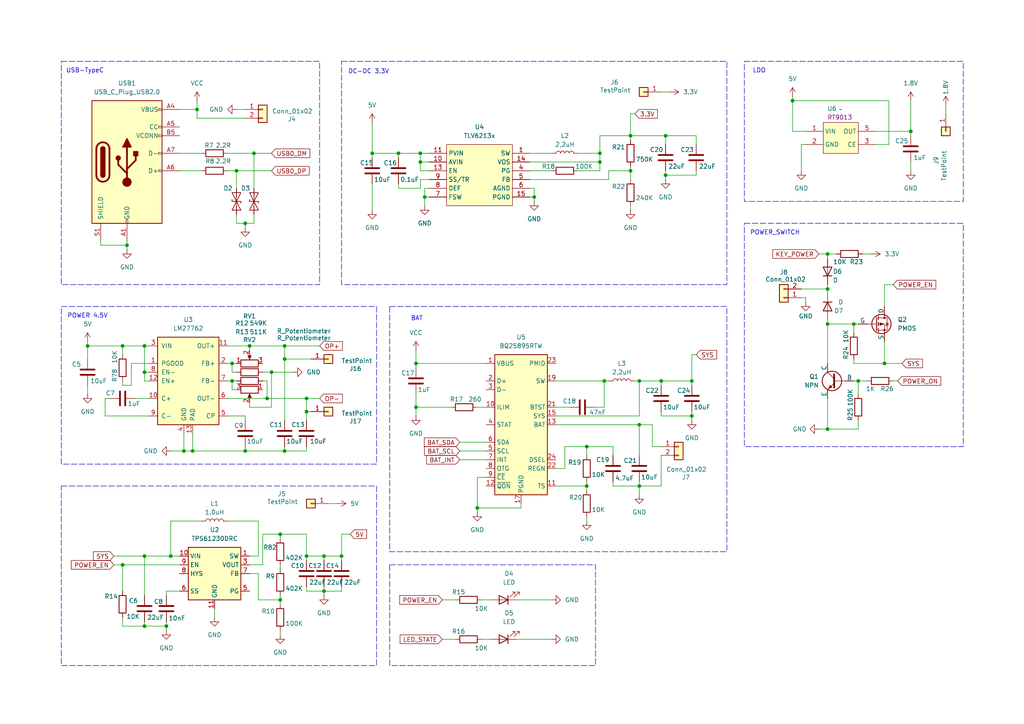
<source format=kicad_sch>
(kicad_sch (version 20250114) (generator "eeschema") (generator_version "9.0")
  (paper "A4")
  (rectangle (start 215.9 17.78) (end 279.4 58.42) (stroke (width 0) (type dash)))
  (rectangle (start 113.03 163.83) (end 172.72 193.04) (stroke (width 0) (type dash)))
  (rectangle (start 215.9 64.77) (end 279.4 129.54) (stroke (width 0) (type dash)))
  (rectangle (start 17.78 88.9) (end 109.22 134.62) (stroke (width 0) (type dash)))
  (rectangle (start 113.03 88.9) (end 210.82 160.02) (stroke (width 0) (type dash)))
  (rectangle (start 17.78 140.97) (end 109.22 193.04) (stroke (width 0) (type dash)))
  (rectangle (start 99.06 17.78) (end 210.82 82.55) (stroke (width 0) (type dash)))
  (rectangle (start 17.78 17.78) (end 92.71 82.55) (stroke (width 0) (type dash)))
  (text "BAT" (at 120.904 92.456 0) (effects (font (size 1.27 1.27))))
  (text "POWER_SWITCH" (at 224.79 67.564 0) (effects (font (size 1.27 1.27))))
  (text "LDO" (at 220.218 20.574 0) (effects (font (size 1.27 1.27))))
  (text "DC-DC 3.3V" (at 106.934 20.828 0) (effects (font (size 1.27 1.27))))
  (text "POWER 4.5V" (at 25.4 91.694 0) (effects (font (size 1.27 1.27))))
  (text "USB-TypeC" (at 24.638 20.574 0) (effects (font (size 1.27 1.27))))
  (junction (at 154.94 57.15))
  (junction (at 185.42 123.19))
  (junction (at 247.65 93.98))
  (junction (at 170.18 140.97))
  (junction (at 264.16 38.1))
  (junction (at 248.92 110.49))
  (junction (at 88.9 161.29))
  (junction (at 78.74 107.95))
  (junction (at 71.12 64.77))
  (junction (at 182.88 49.53))
  (junction (at 88.9 115.57))
  (junction (at 173.99 44.45))
  (junction (at 55.88 130.81))
  (junction (at 240.03 73.66))
  (junction (at 115.57 44.45))
  (junction (at 67.31 105.41))
  (junction (at 81.28 173.99))
  (junction (at 173.99 46.99))
  (junction (at 93.98 161.29))
  (junction (at 193.04 50.8))
  (junction (at 229.87 29.21))
  (junction (at 107.95 44.45))
  (junction (at 68.58 49.53))
  (junction (at 240.03 83.82))
  (junction (at 175.26 110.49))
  (junction (at 41.91 181.61))
  (junction (at 120.65 118.11))
  (junction (at 36.83 71.12))
  (junction (at 93.98 171.45))
  (junction (at 48.26 181.61))
  (junction (at 82.55 130.81))
  (junction (at 121.92 44.45))
  (junction (at 77.47 115.57))
  (junction (at 25.4 100.33))
  (junction (at 99.06 161.29))
  (junction (at 35.56 100.33))
  (junction (at 82.55 104.14))
  (junction (at 53.34 130.81))
  (junction (at 41.91 100.33))
  (junction (at 185.42 140.97))
  (junction (at 123.19 57.15))
  (junction (at 240.03 124.46))
  (junction (at 49.53 161.29))
  (junction (at 240.03 93.98))
  (junction (at 73.66 44.45))
  (junction (at 41.91 107.95))
  (junction (at 67.31 110.49))
  (junction (at 193.04 39.37))
  (junction (at 200.66 120.65))
  (junction (at 35.56 163.83))
  (junction (at 256.54 105.41))
  (junction (at 200.66 110.49))
  (junction (at 81.28 154.94))
  (junction (at 120.65 105.41))
  (junction (at 41.91 161.29))
  (junction (at 82.55 100.33))
  (junction (at 57.15 31.75))
  (junction (at 72.39 100.33))
  (junction (at 182.88 39.37))
  (junction (at 88.9 119.38))
  (junction (at 170.18 129.54))
  (junction (at 138.43 147.32))
  (junction (at 191.77 110.49))
  (junction (at 185.42 110.49))
  (junction (at 121.92 46.99))
  (junction (at 71.12 130.81))
  (wire (pts (xy 43.18 100.33) (xy 41.91 100.33)))
  (wire (pts (xy 185.42 123.19) (xy 161.29 123.19)))
  (wire (pts (xy 177.8 139.7) (xy 177.8 140.97)))
  (wire (pts (xy 256.54 99.06) (xy 256.54 105.41)))
  (wire (pts (xy 232.41 83.82) (xy 240.03 83.82)))
  (wire (pts (xy 115.57 44.45) (xy 121.92 44.45)))
  (wire (pts (xy 58.42 151.13) (xy 49.53 151.13)))
  (wire (pts (xy 201.93 49.53) (xy 201.93 50.8)))
  (wire (pts (xy 66.04 110.49) (xy 67.31 110.49)))
  (wire (pts (xy 93.98 161.29) (xy 88.9 161.29)))
  (wire (pts (xy 233.68 41.91) (xy 232.41 41.91)))
  (wire (pts (xy 170.18 129.54) (xy 177.8 129.54)))
  (wire (pts (xy 191.77 140.97) (xy 191.77 132.08)))
  (wire (pts (xy 115.57 44.45) (xy 115.57 45.72)))
  (wire (pts (xy 67.31 107.95) (xy 68.58 107.95)))
  (wire (pts (xy 88.9 119.38) (xy 88.9 121.92)))
  (wire (pts (xy 177.8 129.54) (xy 177.8 132.08)))
  (wire (pts (xy 41.91 100.33) (xy 35.56 100.33)))
  (wire (pts (xy 170.18 129.54) (xy 170.18 132.08)))
  (wire (pts (xy 200.66 119.38) (xy 200.66 120.65)))
  (wire (pts (xy 67.31 113.03) (xy 68.58 113.03)))
  (wire (pts (xy 35.56 100.33) (xy 25.4 100.33)))
  (wire (pts (xy 81.28 154.94) (xy 81.28 156.21)))
  (wire (pts (xy 82.55 130.81) (xy 71.12 130.81)))
  (wire (pts (xy 124.46 49.53) (xy 121.92 49.53)))
  (wire (pts (xy 185.42 120.65) (xy 185.42 110.49)))
  (wire (pts (xy 52.07 171.45) (xy 48.26 171.45)))
  (wire (pts (xy 161.29 110.49) (xy 175.26 110.49)))
  (wire (pts (xy 153.67 49.53) (xy 160.02 49.53)))
  (wire (pts (xy 247.65 105.41) (xy 256.54 105.41)))
  (wire (pts (xy 151.13 146.05) (xy 151.13 147.32)))
  (wire (pts (xy 29.21 71.12) (xy 36.83 71.12)))
  (wire (pts (xy 121.92 44.45) (xy 124.46 44.45)))
  (wire (pts (xy 81.28 182.88) (xy 81.28 184.15)))
  (wire (pts (xy 237.49 124.46) (xy 240.03 124.46)))
  (wire (pts (xy 191.77 26.67) (xy 194.31 26.67)))
  (wire (pts (xy 257.81 41.91) (xy 257.81 29.21)))
  (wire (pts (xy 189.23 123.19) (xy 189.23 129.54)))
  (wire (pts (xy 177.8 140.97) (xy 185.42 140.97)))
  (wire (pts (xy 38.1 111.76) (xy 35.56 111.76)))
  (wire (pts (xy 240.03 83.82) (xy 240.03 82.55)))
  (wire (pts (xy 41.91 161.29) (xy 49.53 161.29)))
  (wire (pts (xy 78.74 118.11) (xy 72.39 118.11)))
  (wire (pts (xy 182.88 33.02) (xy 182.88 39.37)))
  (wire (pts (xy 90.17 119.38) (xy 88.9 119.38)))
  (wire (pts (xy 36.83 71.12) (xy 36.83 72.39)))
  (wire (pts (xy 138.43 147.32) (xy 151.13 147.32)))
  (wire (pts (xy 193.04 50.8) (xy 193.04 49.53)))
  (wire (pts (xy 35.56 163.83) (xy 52.07 163.83)))
  (wire (pts (xy 120.65 118.11) (xy 120.65 120.65)))
  (wire (pts (xy 233.68 87.63) (xy 233.68 86.36)))
  (wire (pts (xy 123.19 57.15) (xy 123.19 59.69)))
  (wire (pts (xy 33.02 163.83) (xy 35.56 163.83)))
  (wire (pts (xy 68.58 64.77) (xy 68.58 62.23)))
  (wire (pts (xy 240.03 115.57) (xy 240.03 124.46)))
  (wire (pts (xy 182.88 33.02) (xy 184.15 33.02)))
  (wire (pts (xy 185.42 110.49) (xy 184.15 110.49)))
  (wire (pts (xy 133.35 128.27) (xy 140.97 128.27)))
  (wire (pts (xy 256.54 82.55) (xy 256.54 88.9)))
  (wire (pts (xy 68.58 49.53) (xy 68.58 54.61)))
  (wire (pts (xy 88.9 130.81) (xy 82.55 130.81)))
  (wire (pts (xy 43.18 110.49) (xy 41.91 110.49)))
  (wire (pts (xy 68.58 49.53) (xy 78.74 49.53)))
  (wire (pts (xy 73.66 44.45) (xy 73.66 54.61)))
  (wire (pts (xy 99.06 161.29) (xy 93.98 161.29)))
  (wire (pts (xy 71.12 130.81) (xy 71.12 129.54)))
  (wire (pts (xy 248.92 124.46) (xy 248.92 121.92)))
  (wire (pts (xy 49.53 151.13) (xy 49.53 161.29)))
  (wire (pts (xy 71.12 34.29) (xy 57.15 34.29)))
  (wire (pts (xy 193.04 39.37) (xy 201.93 39.37)))
  (wire (pts (xy 81.28 172.72) (xy 81.28 173.99)))
  (wire (pts (xy 229.87 29.21) (xy 257.81 29.21)))
  (wire (pts (xy 124.46 52.07) (xy 121.92 52.07)))
  (wire (pts (xy 139.7 173.99) (xy 142.24 173.99)))
  (wire (pts (xy 93.98 171.45) (xy 99.06 171.45)))
  (wire (pts (xy 107.95 44.45) (xy 107.95 45.72)))
  (wire (pts (xy 121.92 52.07) (xy 121.92 54.61)))
  (wire (pts (xy 120.65 105.41) (xy 140.97 105.41)))
  (wire (pts (xy 52.07 49.53) (xy 58.42 49.53)))
  (wire (pts (xy 247.65 93.98) (xy 247.65 96.52)))
  (wire (pts (xy 200.66 110.49) (xy 191.77 110.49)))
  (wire (pts (xy 76.2 163.83) (xy 76.2 154.94)))
  (wire (pts (xy 66.04 115.57) (xy 77.47 115.57)))
  (wire (pts (xy 67.31 110.49) (xy 68.58 110.49)))
  (wire (pts (xy 264.16 29.21) (xy 264.16 38.1)))
  (wire (pts (xy 201.93 102.87) (xy 200.66 102.87)))
  (wire (pts (xy 123.19 57.15) (xy 124.46 57.15)))
  (wire (pts (xy 74.93 151.13) (xy 66.04 151.13)))
  (wire (pts (xy 30.48 115.57) (xy 31.75 115.57)))
  (wire (pts (xy 57.15 31.75) (xy 57.15 29.21)))
  (wire (pts (xy 101.6 154.94) (xy 99.06 154.94)))
  (wire (pts (xy 240.03 73.66) (xy 240.03 74.93)))
  (wire (pts (xy 240.03 124.46) (xy 248.92 124.46)))
  (wire (pts (xy 240.03 93.98) (xy 247.65 93.98)))
  (wire (pts (xy 138.43 147.32) (xy 138.43 148.59)))
  (wire (pts (xy 88.9 161.29) (xy 88.9 154.94)))
  (wire (pts (xy 247.65 104.14) (xy 247.65 105.41)))
  (wire (pts (xy 247.65 110.49) (xy 248.92 110.49)))
  (wire (pts (xy 41.91 107.95) (xy 43.18 107.95)))
  (wire (pts (xy 140.97 138.43) (xy 138.43 138.43)))
  (wire (pts (xy 35.56 110.49) (xy 35.56 111.76)))
  (wire (pts (xy 71.12 64.77) (xy 71.12 66.04)))
  (wire (pts (xy 43.18 105.41) (xy 38.1 105.41)))
  (wire (pts (xy 233.68 86.36) (xy 232.41 86.36)))
  (wire (pts (xy 232.41 41.91) (xy 232.41 49.53)))
  (wire (pts (xy 173.99 46.99) (xy 173.99 44.45)))
  (wire (pts (xy 25.4 111.76) (xy 25.4 114.3)))
  (wire (pts (xy 259.08 110.49) (xy 260.35 110.49)))
  (wire (pts (xy 189.23 129.54) (xy 191.77 129.54)))
  (wire (pts (xy 229.87 27.94) (xy 229.87 29.21)))
  (wire (pts (xy 182.88 39.37) (xy 173.99 39.37)))
  (wire (pts (xy 72.39 118.11) (xy 72.39 116.84)))
  (wire (pts (xy 66.04 44.45) (xy 73.66 44.45)))
  (wire (pts (xy 82.55 129.54) (xy 82.55 130.81)))
  (wire (pts (xy 66.04 49.53) (xy 68.58 49.53)))
  (wire (pts (xy 170.18 140.97) (xy 170.18 142.24)))
  (wire (pts (xy 99.06 162.56) (xy 99.06 161.29)))
  (wire (pts (xy 264.16 46.99) (xy 264.16 49.53)))
  (wire (pts (xy 120.65 101.6) (xy 120.65 105.41)))
  (wire (pts (xy 82.55 104.14) (xy 82.55 121.92)))
  (wire (pts (xy 78.74 107.95) (xy 85.09 107.95)))
  (wire (pts (xy 240.03 92.71) (xy 240.03 93.98)))
  (wire (pts (xy 55.88 130.81) (xy 71.12 130.81)))
  (wire (pts (xy 185.42 140.97) (xy 185.42 143.51)))
  (wire (pts (xy 88.9 115.57) (xy 88.9 119.38)))
  (wire (pts (xy 149.86 185.42) (xy 160.02 185.42)))
  (wire (pts (xy 200.66 111.76) (xy 200.66 110.49)))
  (wire (pts (xy 172.72 118.11) (xy 175.26 118.11)))
  (wire (pts (xy 154.94 57.15) (xy 154.94 58.42)))
  (wire (pts (xy 170.18 139.7) (xy 170.18 140.97)))
  (wire (pts (xy 82.55 100.33) (xy 92.71 100.33)))
  (wire (pts (xy 121.92 46.99) (xy 121.92 44.45)))
  (wire (pts (xy 73.66 64.77) (xy 71.12 64.77)))
  (wire (pts (xy 191.77 111.76) (xy 191.77 110.49)))
  (wire (pts (xy 182.88 48.26) (xy 182.88 49.53)))
  (wire (pts (xy 48.26 180.34) (xy 48.26 181.61)))
  (wire (pts (xy 53.34 125.73) (xy 53.34 130.81)))
  (wire (pts (xy 154.94 54.61) (xy 154.94 57.15)))
  (wire (pts (xy 35.56 179.07) (xy 35.56 181.61)))
  (wire (pts (xy 48.26 181.61) (xy 48.26 182.88)))
  (wire (pts (xy 67.31 105.41) (xy 68.58 105.41)))
  (wire (pts (xy 124.46 46.99) (xy 121.92 46.99)))
  (wire (pts (xy 78.74 107.95) (xy 78.74 118.11)))
  (wire (pts (xy 41.91 181.61) (xy 41.91 180.34)))
  (wire (pts (xy 107.95 35.56) (xy 107.95 44.45)))
  (wire (pts (xy 128.27 173.99) (xy 132.08 173.99)))
  (wire (pts (xy 74.93 161.29) (xy 74.93 151.13)))
  (wire (pts (xy 133.35 133.35) (xy 140.97 133.35)))
  (wire (pts (xy 52.07 44.45) (xy 58.42 44.45)))
  (wire (pts (xy 39.37 115.57) (xy 43.18 115.57)))
  (wire (pts (xy 67.31 105.41) (xy 67.31 107.95)))
  (wire (pts (xy 57.15 34.29) (xy 57.15 31.75)))
  (wire (pts (xy 120.65 114.3) (xy 120.65 118.11)))
  (wire (pts (xy 62.23 176.53) (xy 62.23 179.07)))
  (wire (pts (xy 138.43 118.11) (xy 140.97 118.11)))
  (wire (pts (xy 35.56 100.33) (xy 35.56 102.87)))
  (wire (pts (xy 237.49 73.66) (xy 240.03 73.66)))
  (wire (pts (xy 191.77 119.38) (xy 191.77 120.65)))
  (wire (pts (xy 25.4 100.33) (xy 25.4 104.14)))
  (wire (pts (xy 182.88 59.69) (xy 182.88 60.96)))
  (wire (pts (xy 128.27 185.42) (xy 132.08 185.42)))
  (wire (pts (xy 88.9 154.94) (xy 81.28 154.94)))
  (wire (pts (xy 240.03 93.98) (xy 240.03 105.41)))
  (wire (pts (xy 48.26 171.45) (xy 48.26 172.72)))
  (wire (pts (xy 72.39 161.29) (xy 74.93 161.29)))
  (wire (pts (xy 121.92 54.61) (xy 115.57 54.61)))
  (wire (pts (xy 36.83 69.85) (xy 36.83 71.12)))
  (wire (pts (xy 95.25 146.05) (xy 97.79 146.05)))
  (wire (pts (xy 67.31 110.49) (xy 67.31 113.03)))
  (wire (pts (xy 33.02 161.29) (xy 41.91 161.29)))
  (wire (pts (xy 175.26 110.49) (xy 176.53 110.49)))
  (wire (pts (xy 35.56 181.61) (xy 41.91 181.61)))
  (wire (pts (xy 41.91 110.49) (xy 41.91 107.95)))
  (wire (pts (xy 71.12 31.75) (xy 68.58 31.75)))
  (wire (pts (xy 248.92 114.3) (xy 248.92 110.49)))
  (wire (pts (xy 55.88 130.81) (xy 53.34 130.81)))
  (wire (pts (xy 133.35 130.81) (xy 140.97 130.81)))
  (wire (pts (xy 163.83 135.89) (xy 163.83 129.54)))
  (wire (pts (xy 99.06 154.94) (xy 99.06 161.29)))
  (wire (pts (xy 123.19 54.61) (xy 123.19 57.15)))
  (wire (pts (xy 185.42 123.19) (xy 185.42 132.08)))
  (wire (pts (xy 77.47 115.57) (xy 88.9 115.57)))
  (wire (pts (xy 49.53 161.29) (xy 52.07 161.29)))
  (wire (pts (xy 72.39 163.83) (xy 76.2 163.83)))
  (wire (pts (xy 254 38.1) (xy 264.16 38.1)))
  (wire (pts (xy 149.86 173.99) (xy 160.02 173.99)))
  (wire (pts (xy 82.55 100.33) (xy 82.55 104.14)))
  (wire (pts (xy 88.9 171.45) (xy 93.98 171.45)))
  (wire (pts (xy 43.18 120.65) (xy 30.48 120.65)))
  (wire (pts (xy 182.88 39.37) (xy 193.04 39.37)))
  (wire (pts (xy 247.65 93.98) (xy 248.92 93.98)))
  (wire (pts (xy 170.18 149.86) (xy 170.18 151.13)))
  (wire (pts (xy 48.26 181.61) (xy 41.91 181.61)))
  (wire (pts (xy 189.23 123.19) (xy 185.42 123.19)))
  (wire (pts (xy 99.06 170.18) (xy 99.06 171.45)))
  (wire (pts (xy 88.9 161.29) (xy 88.9 162.56)))
  (wire (pts (xy 120.65 118.11) (xy 130.81 118.11)))
  (wire (pts (xy 201.93 39.37) (xy 201.93 41.91)))
  (wire (pts (xy 115.57 54.61) (xy 115.57 53.34)))
  (wire (pts (xy 74.93 173.99) (xy 81.28 173.99)))
  (wire (pts (xy 66.04 105.41) (xy 67.31 105.41)))
  (wire (pts (xy 201.93 50.8) (xy 193.04 50.8)))
  (wire (pts (xy 38.1 105.41) (xy 38.1 111.76)))
  (wire (pts (xy 49.53 130.81) (xy 53.34 130.81)))
  (wire (pts (xy 182.88 49.53) (xy 182.88 52.07)))
  (wire (pts (xy 93.98 170.18) (xy 93.98 171.45)))
  (wire (pts (xy 71.12 120.65) (xy 66.04 120.65)))
  (wire (pts (xy 163.83 129.54) (xy 170.18 129.54)))
  (wire (pts (xy 248.92 110.49) (xy 251.46 110.49)))
  (wire (pts (xy 107.95 44.45) (xy 115.57 44.45)))
  (wire (pts (xy 72.39 100.33) (xy 82.55 100.33)))
  (wire (pts (xy 120.65 105.41) (xy 120.65 106.68)))
  (wire (pts (xy 138.43 138.43) (xy 138.43 147.32)))
  (wire (pts (xy 81.28 163.83) (xy 81.28 165.1)))
  (wire (pts (xy 161.29 140.97) (xy 170.18 140.97)))
  (wire (pts (xy 233.68 38.1) (xy 229.87 38.1)))
  (wire (pts (xy 88.9 129.54) (xy 88.9 130.81)))
  (wire (pts (xy 76.2 154.94) (xy 81.28 154.94)))
  (wire (pts (xy 200.66 102.87) (xy 200.66 110.49)))
  (wire (pts (xy 73.66 62.23) (xy 73.66 64.77)))
  (wire (pts (xy 176.53 52.07) (xy 176.53 49.53)))
  (wire (pts (xy 35.56 163.83) (xy 35.56 171.45)))
  (wire (pts (xy 121.92 49.53) (xy 121.92 46.99)))
  (wire (pts (xy 229.87 38.1) (xy 229.87 29.21)))
  (wire (pts (xy 250.19 73.66) (xy 252.73 73.66)))
  (wire (pts (xy 66.04 100.33) (xy 72.39 100.33)))
  (wire (pts (xy 139.7 185.42) (xy 142.24 185.42)))
  (wire (pts (xy 182.88 40.64) (xy 182.88 39.37)))
  (wire (pts (xy 175.26 118.11) (xy 175.26 110.49)))
  (wire (pts (xy 74.93 166.37) (xy 74.93 173.99)))
  (wire (pts (xy 72.39 166.37) (xy 74.93 166.37)))
  (wire (pts (xy 93.98 171.45) (xy 93.98 172.72)))
  (wire (pts (xy 29.21 69.85) (xy 29.21 71.12)))
  (wire (pts (xy 256.54 105.41) (xy 261.62 105.41)))
  (wire (pts (xy 163.83 135.89) (xy 161.29 135.89)))
  (wire (pts (xy 185.42 139.7) (xy 185.42 140.97)))
  (wire (pts (xy 154.94 57.15) (xy 153.67 57.15)))
  (wire (pts (xy 176.53 49.53) (xy 182.88 49.53)))
  (wire (pts (xy 274.32 33.02) (xy 274.32 30.48)))
  (wire (pts (xy 71.12 121.92) (xy 71.12 120.65)))
  (wire (pts (xy 30.48 120.65) (xy 30.48 115.57)))
  (wire (pts (xy 173.99 49.53) (xy 173.99 46.99)))
  (wire (pts (xy 41.91 100.33) (xy 41.91 107.95)))
  (wire (pts (xy 93.98 161.29) (xy 93.98 162.56)))
  (wire (pts (xy 200.66 120.65) (xy 200.66 121.92)))
  (wire (pts (xy 25.4 99.06) (xy 25.4 100.33)))
  (wire (pts (xy 167.64 44.45) (xy 173.99 44.45)))
  (wire (pts (xy 71.12 64.77) (xy 68.58 64.77)))
  (wire (pts (xy 191.77 110.49) (xy 185.42 110.49)))
  (wire (pts (xy 161.29 120.65) (xy 185.42 120.65)))
  (wire (pts (xy 173.99 39.37) (xy 173.99 44.45)))
  (wire (pts (xy 73.66 44.45) (xy 78.74 44.45)))
  (wire (pts (xy 81.28 173.99) (xy 81.28 175.26)))
  (wire (pts (xy 88.9 170.18) (xy 88.9 171.45)))
  (wire (pts (xy 107.95 53.34) (xy 107.95 60.96)))
  (wire (pts (xy 153.67 44.45) (xy 160.02 44.45)))
  (wire (pts (xy 161.29 118.11) (xy 165.1 118.11)))
  (wire (pts (xy 41.91 172.72) (xy 41.91 161.29)))
  (wire (pts (xy 77.47 110.49) (xy 77.47 115.57)))
  (wire (pts (xy 193.04 39.37) (xy 193.04 41.91)))
  (wire (pts (xy 153.67 54.61) (xy 154.94 54.61)))
  (wire (pts (xy 185.42 140.97) (xy 191.77 140.97)))
  (wire (pts (xy 193.04 50.8) (xy 193.04 52.07)))
  (wire (pts (xy 72.39 100.33) (xy 72.39 101.6)))
  (wire (pts (xy 240.03 83.82) (xy 240.03 85.09)))
  (wire (pts (xy 264.16 38.1) (xy 264.16 39.37)))
  (wire (pts (xy 153.67 46.99) (xy 173.99 46.99)))
  (wire (pts (xy 254 41.91) (xy 257.81 41.91)))
  (wire (pts (xy 259.08 82.55) (xy 256.54 82.55)))
  (wire (pts (xy 55.88 125.73) (xy 55.88 130.81)))
  (wire (pts (xy 124.46 54.61) (xy 123.19 54.61)))
  (wire (pts (xy 200.66 120.65) (xy 191.77 120.65)))
  (wire (pts (xy 240.03 73.66) (xy 242.57 73.66)))
  (wire (pts (xy 76.2 110.49) (xy 77.47 110.49)))
  (wire (pts (xy 82.55 104.14) (xy 90.17 104.14)))
  (wire (pts (xy 153.67 52.07) (xy 176.53 52.07)))
  (wire (pts (xy 78.74 107.95) (xy 76.2 107.95)))
  (wire (pts (xy 52.07 31.75) (xy 57.15 31.75)))
  (wire (pts (xy 88.9 115.57) (xy 92.71 115.57)))
  (wire (pts (xy 167.64 49.53) (xy 173.99 49.53)))
  (global_label "BAT_SCL" (shape input) (at 133.35 130.81 180) (property "Intersheetrefs" "${INTERSHEET_REFS}" (effects (hide yes))))
  (global_label "SYS" (shape input) (at 201.93 102.87 0) (property "Intersheetrefs" "${INTERSHEET_REFS}" (effects (hide yes))))
  (global_label "USB0_DM" (shape input) (at 78.74 44.45 0) (property "Intersheetrefs" "${INTERSHEET_REFS}" (effects (hide yes))))
  (global_label "BAT_INT" (shape input) (at 133.35 133.35 180) (property "Intersheetrefs" "${INTERSHEET_REFS}" (effects (hide yes))))
  (global_label "3.3V" (shape input) (at 184.15 33.02 0) (property "Intersheetrefs" "${INTERSHEET_REFS}" (effects (hide yes))))
  (global_label "LED_STATE" (shape input) (at 128.27 185.42 180) (property "Intersheetrefs" "${INTERSHEET_REFS}" (effects (hide yes))))
  (global_label "OP-" (shape input) (at 92.71 115.57 0) (property "Intersheetrefs" "${INTERSHEET_REFS}" (effects (hide yes))))
  (global_label "USB0_DP" (shape input) (at 78.74 49.53 0) (property "Intersheetrefs" "${INTERSHEET_REFS}" (effects (hide yes))))
  (global_label "KEY_POWER" (shape input) (at 237.49 73.66 180) (property "Intersheetrefs" "${INTERSHEET_REFS}" (effects (hide yes))))
  (global_label "BAT_SDA" (shape input) (at 133.35 128.27 180) (property "Intersheetrefs" "${INTERSHEET_REFS}" (effects (hide yes))))
  (global_label "OP+" (shape input) (at 92.71 100.33 0) (property "Intersheetrefs" "${INTERSHEET_REFS}" (effects (hide yes))))
  (global_label "5V" (shape input) (at 101.6 154.94 0) (property "Intersheetrefs" "${INTERSHEET_REFS}" (effects (hide yes))))
  (global_label "SYS" (shape input) (at 261.62 105.41 0) (property "Intersheetrefs" "${INTERSHEET_REFS}" (effects (hide yes))))
  (global_label "POWER_EN" (shape input) (at 33.02 163.83 180) (property "Intersheetrefs" "${INTERSHEET_REFS}" (effects (hide yes))))
  (global_label "POWER_EN" (shape input) (at 259.08 82.55 0) (property "Intersheetrefs" "${INTERSHEET_REFS}" (effects (hide yes))))
  (global_label "POWER_EN" (shape input) (at 128.27 173.99 180) (property "Intersheetrefs" "${INTERSHEET_REFS}" (effects (hide yes))))
  (global_label "SYS" (shape input) (at 33.02 161.29 180) (property "Intersheetrefs" "${INTERSHEET_REFS}" (effects (hide yes))))
  (global_label "POWER_ON" (shape input) (at 260.35 110.49 0) (property "Intersheetrefs" "${INTERSHEET_REFS}" (effects (hide yes))))
  (symbol (lib_id "Device:R") (at 62.23 49.53 270) (unit 1)
    (property "Reference" "R8" (at 62.23 46.736 90) (effects (justify right)))
    (property "Value" "2.2R" (at 67.056 46.736 90) (effects (justify right)))
    (property "Footprint" "Capacitor_SMD:C_0402_1005Metric_Pad0.74x0.62mm_HandSolder" (effects (hide yes)))
    (property "Description" "Resistor" (effects (hide yes)))
  )
  (symbol (lib_id "power:VCC") (at 229.87 27.94 0) (unit 1)
    (property "Reference" "#PWR038" (effects (hide yes)))
    (property "Value" "5V" (at 229.87 22.86 0))
    (property "Description" "Power symbol creates a global label with name \"VCC\"" (effects (hide yes)))
  )
  (symbol (lib_id "power:GND") (at 182.88 60.96 0) (unit 1)
    (property "Reference" "#PWR032" (effects (hide yes)))
    (property "Value" "GND" (at 182.88 66.04 0))
    (property "Description" "Power symbol creates a global label with name \"GND\" , ground" (effects (hide yes)))
  )
  (symbol (lib_id "Device:R") (at 255.27 110.49 270) (unit 1)
    (property "Reference" "R26" (at 257.302 112.776 90))
    (property "Value" "1K" (at 252.476 112.776 90))
    (property "Footprint" "Resistor_SMD:R_0402_1005Metric_Pad0.72x0.64mm_HandSolder" (effects (hide yes)))
    (property "Description" "Resistor" (effects (hide yes)))
  )
  (symbol (lib_id "Device:C") (at 264.16 43.18 0) (unit 1)
    (property "Reference" "C25" (at 259.588 40.894 0) (effects (justify left)))
    (property "Value" "1uF" (at 264.922 45.72 0) (effects (justify left)))
    (property "Footprint" "Capacitor_SMD:C_0402_1005Metric_Pad0.74x0.62mm_HandSolder" (effects (hide yes)))
    (property "Description" "Unpolarized capacitor" (effects (hide yes)))
  )
  (symbol (lib_id "Diode:ESD9B5.0ST5G") (at 73.66 58.42 90) (unit 1)
    (property "Reference" "D3" (at 69.85 54.61 90) (effects (justify right)))
    (property "Value" "ESD9B5.0ST5G" (effects (hide yes)))
    (property "Footprint" "Diode_SMD:D_SOD-523" (effects (hide yes)))
    (property "Datasheet" "https://www.onsemi.com/pub/Collateral/ESD9B-D.PDF" (effects (hide yes)))
    (property "Description" "ESD protection diode, 5.0Vrwm, SOD-923" (effects (hide yes)))
  )
  (symbol (lib_id "power:GND") (at 81.28 184.15 0) (unit 1)
    (property "Reference" "#PWR017" (effects (hide yes)))
    (property "Value" "GND" (at 81.28 189.23 0))
    (property "Description" "Power symbol creates a global label with name \"GND\" , ground" (effects (hide yes)))
  )
  (symbol (lib_id "Device:R") (at 62.23 44.45 270) (unit 1)
    (property "Reference" "R7" (at 61.976 42.164 90) (effects (justify right)))
    (property "Value" "2.2R" (at 67.056 42.164 90) (effects (justify right)))
    (property "Footprint" "Capacitor_SMD:C_0402_1005Metric_Pad0.74x0.62mm_HandSolder" (effects (hide yes)))
    (property "Description" "Resistor" (effects (hide yes)))
  )
  (symbol (lib_id "Device:R") (at 72.39 110.49 270) (unit 1)
    (property "Reference" "R13" (at 72.136 96.266 90) (effects (justify right)))
    (property "Value" "511K" (at 77.47 96.266 90) (effects (justify right)))
    (property "Footprint" "Capacitor_SMD:C_0402_1005Metric_Pad0.74x0.62mm_HandSolder" (effects (hide yes)))
    (property "Description" "Resistor" (effects (hide yes)))
  )
  (symbol (lib_id "Device:LED") (at 146.05 185.42 180) (unit 1)
    (property "Reference" "D5" (at 147.6375 177.8 0))
    (property "Value" "LED" (at 147.6375 180.34 0))
    (property "Footprint" "Diode_SMD:D_0402_1005Metric_Pad0.77x0.64mm_HandSolder" (effects (hide yes)))
    (property "Description" "Light emitting diode" (effects (hide yes)))
    (property "Sim.Pins" "1=K 2=A" (effects (hide yes)))
  )
  (symbol (lib_id "power:GND") (at 93.98 172.72 0) (unit 1)
    (property "Reference" "#PWR018" (effects (hide yes)))
    (property "Value" "GND" (at 93.98 177.8 0))
    (property "Description" "Power symbol creates a global label with name \"GND\" , ground" (effects (hide yes)))
  )
  (symbol (lib_id "power:VCC") (at 274.32 30.48 0) (unit 1)
    (property "Reference" "#PWR046" (effects (hide yes)))
    (property "Value" "1.8V" (at 274.32 25.4 90))
    (property "Description" "Power symbol creates a global label with name \"VCC\"" (effects (hide yes)))
  )
  (symbol (lib_id "power:GND") (at 264.16 49.53 0) (unit 1)
    (property "Reference" "#PWR044" (effects (hide yes)))
    (property "Value" "GND" (at 264.16 54.61 0))
    (property "Description" "Power symbol creates a global label with name \"GND\" , ground" (effects (hide yes)))
  )
  (symbol (lib_id "Device:R") (at 81.28 160.02 0) (unit 1)
    (property "Reference" "R82" (at 80.264 158.75 0) (effects (justify right)))
    (property "Value" "402K" (at 87.884 161.798 0) (effects (justify right)))
    (property "Footprint" "Capacitor_SMD:C_0402_1005Metric_Pad0.74x0.62mm_HandSolder" (effects (hide yes)))
    (property "Description" "Resistor" (effects (hide yes)))
  )
  (symbol (lib_id "Device:C") (at 168.91 118.11 90) (unit 1)
    (property "Reference" "C18" (at 167.132 116.332 90) (effects (justify left)))
    (property "Value" "47nF" (at 175.768 119.634 90) (effects (justify left)))
    (property "Footprint" "Capacitor_SMD:C_0402_1005Metric_Pad0.74x0.62mm_HandSolder" (effects (hide yes)))
    (property "Description" "Unpolarized capacitor" (effects (hide yes)))
  )
  (symbol (lib_id "Device:R") (at 134.62 118.11 270) (unit 1)
    (property "Reference" "R17" (at 134.366 115.824 90) (effects (justify right)))
    (property "Value" "260" (at 139.7 115.824 90) (effects (justify right)))
    (property "Footprint" "Capacitor_SMD:C_0402_1005Metric_Pad0.74x0.62mm_HandSolder" (effects (hide yes)))
    (property "Description" "Resistor" (effects (hide yes)))
  )
  (symbol (lib_id "Device:C") (at 88.9 166.37 0) (unit 1)
    (property "Reference" "C10" (at 84.328 164.084 0) (effects (justify left)))
    (property "Value" "22uF" (at 89.662 168.91 0) (effects (justify left)))
    (property "Footprint" "Capacitor_SMD:C_0603_1608Metric_Pad1.08x0.95mm_HandSolder" (effects (hide yes)))
    (property "Description" "Unpolarized capacitor" (effects (hide yes)))
  )
  (symbol (lib_id "Connector_Generic:Conn_01x01") (at 95.25 104.14 0) (unit 1)
    (property "Reference" "J16" (at 104.902 106.934 0) (effects (justify right)))
    (property "Value" "TestPoint" (at 107.95 104.648 0) (effects (justify right)))
    (property "Footprint" "TestPoint:TestPoint_Pad_D2.0mm" (effects (hide yes)))
    (property "Description" "Generic connector, single row, 01x01, script generated (kicad-library-utils/schlib/autogen/connector/)" (effects (hide yes)))
  )
  (symbol (lib_id "Device:C") (at 120.65 110.49 0) (unit 1)
    (property "Reference" "C17" (at 116.332 108.204 0) (effects (justify left)))
    (property "Value" "1uF" (at 121.158 113.03 0) (effects (justify left)))
    (property "Footprint" "Capacitor_SMD:C_0402_1005Metric_Pad0.74x0.62mm_HandSolder" (effects (hide yes)))
    (property "Description" "Unpolarized capacitor" (effects (hide yes)))
  )
  (symbol (lib_id "Device:C") (at 201.93 45.72 0) (unit 1)
    (property "Reference" "C23" (at 197.358 43.434 0) (effects (justify left)))
    (property "Value" "22uF" (at 202.692 48.26 0) (effects (justify left)))
    (property "Footprint" "Capacitor_SMD:C_0603_1608Metric_Pad1.08x0.95mm_HandSolder" (effects (hide yes)))
    (property "Description" "Unpolarized capacitor" (effects (hide yes)))
  )
  (symbol (lib_id "power:GND") (at 160.02 185.42 90) (unit 1)
    (property "Reference" "#PWR030" (effects (hide yes)))
    (property "Value" "GND" (at 163.83 185.4199 90) (effects (justify right)))
    (property "Description" "Power symbol creates a global label with name \"GND\" , ground" (effects (hide yes)))
  )
  (symbol (lib_id "power:GND") (at 71.12 66.04 0) (unit 1)
    (property "Reference" "#PWR016" (effects (hide yes)))
    (property "Value" "GND" (at 71.12 71.12 0))
    (property "Description" "Power symbol creates a global label with name \"GND\" , ground" (effects (hide yes)))
  )
  (symbol (lib_id "coloryr:TLV62130x") (at 129.54 41.91 0) (unit 1)
    (property "Reference" "U4" (at 139.065 36.83 0))
    (property "Value" "TLV6213x" (at 139.065 39.37 0))
    (property "Footprint" "Package_DFN_QFN:VQFN-16-1EP_3x3mm_P0.5mm_EP1.68x1.68mm_ThermalVias" (effects (hide yes)))
  )
  (symbol (lib_id "power:VCC") (at 97.79 146.05 270) (unit 1)
    (property "Reference" "#PWR020" (effects (hide yes)))
    (property "Value" "5V" (at 101.6 146.0499 90) (effects (justify left)))
    (property "Description" "Power symbol creates a global label with name \"VCC\"" (effects (hide yes)))
  )
  (symbol (lib_id "power:VCC") (at 252.73 73.66 270) (unit 1)
    (property "Reference" "#PWR042" (effects (hide yes)))
    (property "Value" "3.3V" (at 256.54 73.6599 90) (effects (justify left)))
    (property "Description" "Power symbol creates a global label with name \"VCC\"" (effects (hide yes)))
  )
  (symbol (lib_id "power:GND") (at 185.42 143.51 0) (unit 1)
    (property "Reference" "#PWR034" (effects (hide yes)))
    (property "Value" "GND" (at 185.42 148.59 0))
    (property "Description" "Power symbol creates a global label with name \"GND\" , ground" (effects (hide yes)))
  )
  (symbol (lib_id "power:GND") (at 48.26 182.88 0) (unit 1)
    (property "Reference" "#PWR011" (effects (hide yes)))
    (property "Value" "GND" (at 48.26 187.96 0))
    (property "Description" "Power symbol creates a global label with name \"GND\" , ground" (effects (hide yes)))
  )
  (symbol (lib_id "Diode:ESD9B5.0ST5G") (at 68.58 58.42 90) (unit 1)
    (property "Reference" "D2" (at 64.77 54.61 90) (effects (justify right)))
    (property "Value" "ESD9B5.0ST5G" (effects (hide yes)))
    (property "Footprint" "Diode_SMD:D_SOD-523" (effects (hide yes)))
    (property "Datasheet" "https://www.onsemi.com/pub/Collateral/ESD9B-D.PDF" (effects (hide yes)))
    (property "Description" "ESD protection diode, 5.0Vrwm, SOD-923" (effects (hide yes)))
  )
  (symbol (lib_id "Device:R") (at 135.89 185.42 90) (unit 1)
    (property "Reference" "R16" (at 131.064 183.134 90) (effects (justify right)))
    (property "Value" "10K" (at 137.668 187.96 90) (effects (justify right)))
    (property "Footprint" "Capacitor_SMD:C_0402_1005Metric_Pad0.74x0.62mm_HandSolder" (effects (hide yes)))
    (property "Description" "Resistor" (effects (hide yes)))
  )
  (symbol (lib_id "Device:R") (at 246.38 73.66 270) (unit 1)
    (property "Reference" "R23" (at 248.412 75.946 90))
    (property "Value" "10K" (at 243.586 75.946 90))
    (property "Footprint" "Resistor_SMD:R_0402_1005Metric_Pad0.72x0.64mm_HandSolder" (effects (hide yes)))
    (property "Description" "Resistor" (effects (hide yes)))
  )
  (symbol (lib_id "Connector:USB_C_Plug_USB2.0") (at 36.83 46.99 0) (unit 1)
    (property "Reference" "USB1" (at 36.83 24.13 0))
    (property "Value" "USB_C_Plug_USB2.0" (at 36.83 26.67 0))
    (property "Footprint" "Connector_USB:USB_C_Receptacle_GCT_USB4085" (effects (hide yes)))
    (property "Datasheet" "https://www.usb.org/sites/default/files/documents/usb_type-c.zip" (effects (hide yes)))
    (property "Description" "USB 2.0-only Type-C Plug connector" (effects (hide yes)))
  )
  (symbol (lib_id "power:VCC") (at 120.65 101.6 0) (unit 1)
    (property "Reference" "#PWR024" (effects (hide yes)))
    (property "Value" "VCC" (at 120.65 96.52 0))
    (property "Description" "Power symbol creates a global label with name \"VCC\"" (effects (hide yes)))
  )
  (symbol (lib_id "coloryr:RT9013") (at 238.76 35.56 0) (unit 1)
    (property "Reference" "U6" (at 241.3 31.496 0))
    (property "Value" "~" (at 243.84 31.75 0))
    (property "Footprint" "Package_TO_SOT_SMD:SOT-23-5_HandSoldering" (effects (hide yes)))
    (property "Description" "RT9013" (at 243.586 34.036 0))
  )
  (symbol (lib_id "Device:R") (at 170.18 135.89 0) (unit 1)
    (property "Reference" "R19" (at 168.656 134.112 0) (effects (justify right)))
    (property "Value" "10K" (at 175.514 137.668 0) (effects (justify right)))
    (property "Footprint" "Capacitor_SMD:C_0402_1005Metric_Pad0.74x0.62mm_HandSolder" (effects (hide yes)))
    (property "Description" "Resistor" (effects (hide yes)))
  )
  (symbol (lib_id "Device:C") (at 41.91 176.53 0) (unit 1)
    (property "Reference" "C6" (at 37.338 174.244 0) (effects (justify left)))
    (property "Value" "22uF" (at 42.672 179.07 0) (effects (justify left)))
    (property "Footprint" "Capacitor_SMD:C_0402_1005Metric_Pad0.74x0.62mm_HandSolder" (effects (hide yes)))
    (property "Description" "Unpolarized capacitor" (effects (hide yes)))
  )
  (symbol (lib_id "Device:C") (at 93.98 166.37 0) (unit 1)
    (property "Reference" "C12" (at 89.408 164.084 0) (effects (justify left)))
    (property "Value" "22uF" (at 94.742 168.91 0) (effects (justify left)))
    (property "Footprint" "Capacitor_SMD:C_0603_1608Metric_Pad1.08x0.95mm_HandSolder" (effects (hide yes)))
    (property "Description" "Unpolarized capacitor" (effects (hide yes)))
  )
  (symbol (lib_id "power:GND") (at 123.19 59.69 0) (unit 1)
    (property "Reference" "#PWR026" (effects (hide yes)))
    (property "Value" "GND" (at 123.19 64.77 0))
    (property "Description" "Power symbol creates a global label with name \"GND\" , ground" (effects (hide yes)))
  )
  (symbol (lib_id "Device:R") (at 81.28 168.91 0) (unit 1)
    (property "Reference" "R9" (at 79.756 167.132 0) (effects (justify right)))
    (property "Value" "402K" (at 87.884 170.688 0) (effects (justify right)))
    (property "Footprint" "Capacitor_SMD:C_0402_1005Metric_Pad0.74x0.62mm_HandSolder" (effects (hide yes)))
    (property "Description" "Resistor" (effects (hide yes)))
  )
  (symbol (lib_id "Device:C") (at 48.26 176.53 180) (unit 1)
    (property "Reference" "C8" (at 45.974 174.498 0))
    (property "Value" "10nF" (at 51.308 179.324 0))
    (property "Footprint" "Capacitor_SMD:C_0402_1005Metric_Pad0.74x0.62mm_HandSolder" (effects (hide yes)))
    (property "Description" "Unpolarized capacitor" (effects (hide yes)))
  )
  (symbol (lib_id "Device:R") (at 163.83 49.53 270) (unit 1)
    (property "Reference" "R18" (at 161.036 48.26 90) (effects (justify right)))
    (property "Value" "100K" (at 171.958 48.26 90) (effects (justify right)))
    (property "Footprint" "Capacitor_SMD:C_0402_1005Metric_Pad0.74x0.62mm_HandSolder" (effects (hide yes)))
    (property "Description" "Resistor" (effects (hide yes)))
  )
  (symbol (lib_id "Device:L") (at 180.34 110.49 90) (unit 1)
    (property "Reference" "L3" (at 180.34 105.41 90))
    (property "Value" "2,2uH" (at 180.34 107.95 90))
    (property "Footprint" "Inductor_SMD:L_1008_2520Metric_Pad1.43x2.20mm_HandSolder" (effects (hide yes)))
    (property "Description" "Inductor" (effects (hide yes)))
  )
  (symbol (lib_id "power:VCC") (at 57.15 29.21 0) (unit 1)
    (property "Reference" "#PWR013" (effects (hide yes)))
    (property "Value" "VCC" (at 57.15 24.13 0))
    (property "Description" "Power symbol creates a global label with name \"VCC\"" (effects (hide yes)))
  )
  (symbol (lib_id "Regulator_Switching:TPS61230DRC") (at 62.23 166.37 0) (unit 1)
    (property "Reference" "U2" (at 62.23 153.67 0))
    (property "Value" "TPS61230DRC" (at 62.23 156.21 0))
    (property "Footprint" "Package_SON:Texas_S-PVSON-N10_ThermalVias" (effects (hide yes)))
    (property "Datasheet" "http://www.ti.com/lit/ds/symlink/tps61232.pdf" (effects (hide yes)))
    (property "Description" "High Efficiency Synchronous Step Up Converters with 5-A Switches, 2.3-5.5V Input Voltage, VSON-10" (effects (hide yes)))
  )
  (symbol (lib_id "power:GND") (at 107.95 60.96 0) (unit 1)
    (property "Reference" "#PWR023" (effects (hide yes)))
    (property "Value" "GND" (at 107.95 66.04 0))
    (property "Description" "Power symbol creates a global label with name \"GND\" , ground" (effects (hide yes)))
  )
  (symbol (lib_id "power:GND") (at 49.53 130.81 270) (unit 1)
    (property "Reference" "#PWR012" (effects (hide yes)))
    (property "Value" "GND" (at 45.72 130.8099 90) (effects (justify right)))
    (property "Description" "Power symbol creates a global label with name \"GND\" , ground" (effects (hide yes)))
  )
  (symbol (lib_id "power:VCC") (at 25.4 99.06 0) (unit 1)
    (property "Reference" "#PWR07" (effects (hide yes)))
    (property "Value" "5V" (at 25.4 93.98 0))
    (property "Description" "Power symbol creates a global label with name \"VCC\"" (effects (hide yes)))
  )
  (symbol (lib_id "Battery_Management:BQ25895RTW") (at 151.13 123.19 0) (unit 1)
    (property "Reference" "U5" (at 151.13 97.79 0))
    (property "Value" "BQ25895RTW" (at 151.13 100.33 0))
    (property "Footprint" "Package_DFN_QFN:Texas_RTW_WQFN-24-1EP_4x4mm_P0.5mm_EP2.7x2.7mm_ThermalVias" (effects (hide yes)))
    (property "Datasheet" "http://www.ti.com/lit/ds/symlink/bq25895.pdf" (effects (hide yes)))
    (property "Description" "Controlled Single Cell 5A Fast Charger with MaxCharge, WQFN-24" (effects (hide yes)))
  )
  (symbol (lib_id "Device:C") (at 185.42 135.89 0) (unit 1)
    (property "Reference" "C21" (at 180.848 133.604 0) (effects (justify left)))
    (property "Value" "10uF" (at 185.928 138.43 0) (effects (justify left)))
    (property "Footprint" "Capacitor_SMD:C_0402_1005Metric_Pad0.74x0.62mm_HandSolder" (effects (hide yes)))
    (property "Description" "Unpolarized capacitor" (effects (hide yes)))
  )
  (symbol (lib_id "Connector_Generic:Conn_01x01") (at 90.17 146.05 180) (unit 1)
    (property "Reference" "J5" (at 80.518 143.256 0) (effects (justify right)))
    (property "Value" "TestPoint" (at 77.47 145.542 0) (effects (justify right)))
    (property "Footprint" "TestPoint:TestPoint_Pad_D2.0mm" (effects (hide yes)))
    (property "Description" "Generic connector, single row, 01x01, script generated (kicad-library-utils/schlib/autogen/connector/)" (effects (hide yes)))
  )
  (symbol (lib_id "power:GND") (at 62.23 179.07 0) (unit 1)
    (property "Reference" "#PWR014" (effects (hide yes)))
    (property "Value" "GND" (at 62.23 184.15 0))
    (property "Description" "Power symbol creates a global label with name \"GND\" , ground" (effects (hide yes)))
  )
  (symbol (lib_id "Device:R") (at 135.89 173.99 90) (unit 1)
    (property "Reference" "R15" (at 131.064 171.704 90) (effects (justify right)))
    (property "Value" "10K" (at 137.668 176.53 90) (effects (justify right)))
    (property "Footprint" "Capacitor_SMD:C_0402_1005Metric_Pad0.74x0.62mm_HandSolder" (effects (hide yes)))
    (property "Description" "Resistor" (effects (hide yes)))
  )
  (symbol (lib_id "Device:C") (at 82.55 125.73 180) (unit 1)
    (property "Reference" "C11" (at 82.042 123.19 0) (effects (justify left)))
    (property "Value" "10uF" (at 87.884 128.016 0) (effects (justify left)))
    (property "Footprint" "Capacitor_SMD:C_0402_1005Metric_Pad0.74x0.62mm_HandSolder" (effects (hide yes)))
    (property "Description" "Unpolarized capacitor" (effects (hide yes)))
  )
  (symbol (lib_id "power:GND") (at 233.68 87.63 0) (unit 1)
    (property "Reference" "#PWR040" (effects (hide yes)))
    (property "Value" "GND" (at 231.648 91.694 0) (effects (justify left)))
    (property "Description" "Power symbol creates a global label with name \"GND\" , ground" (effects (hide yes)))
  )
  (symbol (lib_id "power:VCC") (at 264.16 29.21 0) (unit 1)
    (property "Reference" "#PWR043" (effects (hide yes)))
    (property "Value" "1.8V" (at 264.16 24.13 0))
    (property "Description" "Power symbol creates a global label with name \"VCC\"" (effects (hide yes)))
  )
  (symbol (lib_id "Device:C") (at 191.77 115.57 0) (unit 1)
    (property "Reference" "C22" (at 187.198 113.284 0) (effects (justify left)))
    (property "Value" "10uF" (at 192.278 118.11 0) (effects (justify left)))
    (property "Footprint" "Capacitor_SMD:C_0402_1005Metric_Pad0.74x0.62mm_HandSolder" (effects (hide yes)))
    (property "Description" "Unpolarized capacitor" (effects (hide yes)))
  )
  (symbol (lib_id "Regulator_SwitchedCapacitor:LM27762") (at 53.34 105.41 0) (unit 1)
    (property "Reference" "U3" (at 54.61 92.71 0))
    (property "Value" "LM27762" (at 54.61 95.25 0))
    (property "Footprint" "Package_SON:WSON-12-1EP_3x2mm_P0.5mm_EP1x2.65_ThermalVias" (effects (hide yes)))
    (property "Datasheet" "http://www.ti.com/lit/ds/symlink/lm27762.pdf" (effects (hide yes)))
    (property "Description" "Low-noise inverting charge pump with both positive and negative LDO's, with 2.7V-5.5V input to +1.5 to +5V and -1.5 to -5V Output Voltage, WSON-12" (effects (hide yes)))
  )
  (symbol (lib_id "Connector_Generic:Conn_01x02") (at 76.2 31.75 0) (unit 1)
    (property "Reference" "J4" (at 85.852 34.544 0) (effects (justify right)))
    (property "Value" "Conn_01x02" (at 90.678 32.258 0) (effects (justify right)))
    (property "Footprint" "Connector_PinHeader_2.54mm:PinHeader_1x02_P2.54mm_Vertical" (effects (hide yes)))
    (property "Description" "Generic connector, single row, 01x02, script generated (kicad-library-utils/schlib/autogen/connector/)" (effects (hide yes)))
  )
  (symbol (lib_id "Device:R") (at 72.39 107.95 270) (unit 1)
    (property "Reference" "R12" (at 72.136 93.726 90) (effects (justify right)))
    (property "Value" "549K" (at 77.47 93.726 90) (effects (justify right)))
    (property "Footprint" "Capacitor_SMD:C_0402_1005Metric_Pad0.74x0.62mm_HandSolder" (effects (hide yes)))
    (property "Description" "Resistor" (effects (hide yes)))
  )
  (symbol (lib_id "Device:R_Potentiometer") (at 72.39 113.03 270) (unit 1)
    (property "Reference" "RV2" (at 72.39 98.552 90))
    (property "Value" "R_Potentiometer" (at 88.138 98.044 90))
    (property "Footprint" "Potentiometer_THT:Potentiometer_Bourns_3296W_Vertical" (effects (hide yes)))
    (property "Description" "Potentiometer" (effects (hide yes)))
  )
  (symbol (lib_id "Connector_Generic:Conn_01x01") (at 186.69 26.67 180) (unit 1)
    (property "Reference" "J6" (at 177.038 23.876 0) (effects (justify right)))
    (property "Value" "TestPoint" (at 173.99 26.162 0) (effects (justify right)))
    (property "Footprint" "TestPoint:TestPoint_Pad_D2.0mm" (effects (hide yes)))
    (property "Description" "Generic connector, single row, 01x01, script generated (kicad-library-utils/schlib/autogen/connector/)" (effects (hide yes)))
  )
  (symbol (lib_id "power:VCC") (at 107.95 35.56 0) (unit 1)
    (property "Reference" "#PWR022" (effects (hide yes)))
    (property "Value" "5V" (at 107.95 30.48 0))
    (property "Description" "Power symbol creates a global label with name \"VCC\"" (effects (hide yes)))
  )
  (symbol (lib_id "Device:C") (at 71.12 125.73 180) (unit 1)
    (property "Reference" "C9" (at 70.612 123.444 0) (effects (justify left)))
    (property "Value" "10uF" (at 76.454 128.016 0) (effects (justify left)))
    (property "Footprint" "Capacitor_SMD:C_0402_1005Metric_Pad0.74x0.62mm_HandSolder" (effects (hide yes)))
    (property "Description" "Unpolarized capacitor" (effects (hide yes)))
  )
  (symbol (lib_id "Device:R") (at 248.92 118.11 180) (unit 1)
    (property "Reference" "R25" (at 246.634 120.142 90))
    (property "Value" "100K" (at 246.634 115.316 90))
    (property "Footprint" "Resistor_SMD:R_0402_1005Metric_Pad0.72x0.64mm_HandSolder" (effects (hide yes)))
    (property "Description" "Resistor" (effects (hide yes)))
  )
  (symbol (lib_id "power:GND") (at 160.02 173.99 90) (unit 1)
    (property "Reference" "#PWR029" (effects (hide yes)))
    (property "Value" "GND" (at 163.83 173.9899 90) (effects (justify right)))
    (property "Description" "Power symbol creates a global label with name \"GND\" , ground" (effects (hide yes)))
  )
  (symbol (lib_id "Device:C") (at 115.57 49.53 0) (unit 1)
    (property "Reference" "C16" (at 111.252 47.244 0) (effects (justify left)))
    (property "Value" "0.1uF" (at 116.078 52.07 0) (effects (justify left)))
    (property "Footprint" "Capacitor_SMD:C_0402_1005Metric_Pad0.74x0.62mm_HandSolder" (effects (hide yes)))
    (property "Description" "Unpolarized capacitor" (effects (hide yes)))
  )
  (symbol (lib_id "Device:C") (at 88.9 125.73 180) (unit 1)
    (property "Reference" "C13" (at 88.392 123.19 0) (effects (justify left)))
    (property "Value" "10uF" (at 94.742 128.016 0) (effects (justify left)))
    (property "Footprint" "Capacitor_SMD:C_0402_1005Metric_Pad0.74x0.62mm_HandSolder" (effects (hide yes)))
    (property "Description" "Unpolarized capacitor" (effects (hide yes)))
  )
  (symbol (lib_id "Device:R") (at 35.56 106.68 0) (unit 1)
    (property "Reference" "R78" (at 33.274 106.934 90) (effects (justify right)))
    (property "Value" "10K" (at 33.274 101.6 90) (effects (justify right)))
    (property "Footprint" "Capacitor_SMD:C_0402_1005Metric_Pad0.74x0.62mm_HandSolder" (effects (hide yes)))
    (property "Description" "Resistor" (effects (hide yes)))
  )
  (symbol (lib_id "Connector_Generic:Conn_01x01") (at 274.32 38.1 270) (unit 1)
    (property "Reference" "J9" (at 271.526 47.752 0) (effects (justify right)))
    (property "Value" "TestPoint" (at 273.812 52.578 0) (effects (justify right)))
    (property "Footprint" "TestPoint:TestPoint_Pad_D2.0mm" (effects (hide yes)))
    (property "Description" "Generic connector, single row, 01x01, script generated (kicad-library-utils/schlib/autogen/connector/)" (effects (hide yes)))
  )
  (symbol (lib_id "power:GND") (at 154.94 58.42 0) (unit 1)
    (property "Reference" "#PWR028" (effects (hide yes)))
    (property "Value" "GND" (at 154.94 63.5 0))
    (property "Description" "Power symbol creates a global label with name \"GND\" , ground" (effects (hide yes)))
  )
  (symbol (lib_id "Device:C") (at 177.8 135.89 180) (unit 1)
    (property "Reference" "C19" (at 176.784 133.35 0) (effects (justify left)))
    (property "Value" "4.7uF" (at 183.896 138.684 0) (effects (justify left)))
    (property "Footprint" "Capacitor_SMD:C_0402_1005Metric_Pad0.74x0.62mm_HandSolder" (effects (hide yes)))
    (property "Description" "Unpolarized capacitor" (effects (hide yes)))
  )
  (symbol (lib_id "Device:R") (at 247.65 100.33 180) (unit 1)
    (property "Reference" "R24" (at 245.364 102.362 90))
    (property "Value" "10K" (at 245.364 97.536 90))
    (property "Footprint" "Resistor_SMD:R_0402_1005Metric_Pad0.72x0.64mm_HandSolder" (effects (hide yes)))
    (property "Description" "Resistor" (effects (hide yes)))
  )
  (symbol (lib_id "Device:R") (at 35.56 175.26 0) (unit 1)
    (property "Reference" "R14" (at 32.258 172.974 0))
    (property "Value" "10K" (at 38.608 178.816 0))
    (property "Footprint" "Resistor_SMD:R_0402_1005Metric_Pad0.72x0.64mm_HandSolder" (effects (hide yes)))
    (property "Description" "Resistor" (effects (hide yes)))
  )
  (symbol (lib_id "Simulation_SPICE:NPN") (at 242.57 110.49 0) (mirror y) (unit 1)
    (property "Reference" "Q1" (at 237.49 109.2199 0) (effects (justify left)))
    (property "Value" "NPN" (at 237.49 111.7599 0) (effects (justify left)))
    (property "Footprint" "coloryr:SOT-23" (effects (hide yes)))
    (property "Datasheet" "https://ngspice.sourceforge.io/docs/ngspice-html-manual/manual.xhtml#cha_BJTs" (effects (hide yes)))
    (property "Description" "Bipolar transistor symbol for simulation only, substrate tied to the emitter" (effects (hide yes)))
    (property "Sim.Device" "NPN" (effects (hide yes)))
    (property "Sim.Type" "GUMMELPOON" (effects (hide yes)))
    (property "Sim.Pins" "1=C 2=B 3=E" (effects (hide yes)))
  )
  (symbol (lib_id "power:GND") (at 68.58 31.75 270) (unit 1)
    (property "Reference" "#PWR015" (effects (hide yes)))
    (property "Value" "GND" (at 64.77 31.7501 90) (effects (justify right)))
    (property "Description" "Power symbol creates a global label with name \"GND\" , ground" (effects (hide yes)))
  )
  (symbol (lib_id "Device:L") (at 163.83 44.45 90) (unit 1)
    (property "Reference" "L2" (at 163.83 39.37 90))
    (property "Value" "2,2uH" (at 163.83 41.91 90))
    (property "Footprint" "Inductor_SMD:L_1008_2520Metric_Pad1.43x2.20mm_HandSolder" (effects (hide yes)))
    (property "Description" "Inductor" (effects (hide yes)))
  )
  (symbol (lib_id "Device:C") (at 107.95 49.53 0) (unit 1)
    (property "Reference" "C15" (at 104.394 47.244 0) (effects (justify left)))
    (property "Value" "10uF" (at 108.458 52.07 0) (effects (justify left)))
    (property "Footprint" "Capacitor_SMD:C_0402_1005Metric_Pad0.74x0.62mm_HandSolder" (effects (hide yes)))
    (property "Description" "Unpolarized capacitor" (effects (hide yes)))
  )
  (symbol (lib_id "Device:R_Potentiometer") (at 72.39 105.41 90) (unit 1)
    (property "Reference" "RV1" (at 72.39 91.694 90))
    (property "Value" "R_Potentiometer" (at 88.138 96.012 90))
    (property "Footprint" "Potentiometer_THT:Potentiometer_Bourns_3296W_Vertical" (effects (hide yes)))
    (property "Description" "Potentiometer" (effects (hide yes)))
  )
  (symbol (lib_id "Device:C") (at 35.56 115.57 90) (unit 1)
    (property "Reference" "C7" (at 32.004 114.046 90))
    (property "Value" "1uF" (at 38.862 117.094 90))
    (property "Footprint" "Capacitor_SMD:C_0402_1005Metric_Pad0.74x0.62mm_HandSolder" (effects (hide yes)))
    (property "Description" "Unpolarized capacitor" (effects (hide yes)))
  )
  (symbol (lib_id "power:GND") (at 36.83 72.39 0) (unit 1)
    (property "Reference" "#PWR09" (effects (hide yes)))
    (property "Value" "GND" (at 36.83 77.47 0))
    (property "Description" "Power symbol creates a global label with name \"GND\" , ground" (effects (hide yes)))
  )
  (symbol (lib_id "power:GND") (at 25.4 114.3 0) (unit 1)
    (property "Reference" "#PWR08" (effects (hide yes)))
    (property "Value" "GND" (at 25.4 119.38 0))
    (property "Description" "Power symbol creates a global label with name \"GND\" , ground" (effects (hide yes)))
  )
  (symbol (lib_id "Connector_Generic:Conn_01x02") (at 196.85 129.54 0) (unit 1)
    (property "Reference" "J7" (at 200.152 138.43 0) (effects (justify right)))
    (property "Value" "Conn_01x02" (at 204.978 136.144 0) (effects (justify right)))
    (property "Footprint" "Connector_PinHeader_2.54mm:PinHeader_1x02_P2.54mm_Vertical" (effects (hide yes)))
    (property "Description" "Generic connector, single row, 01x02, script generated (kicad-library-utils/schlib/autogen/connector/)" (effects (hide yes)))
  )
  (symbol (lib_id "power:VCC") (at 194.31 26.67 270) (unit 1)
    (property "Reference" "#PWR035" (effects (hide yes)))
    (property "Value" "3.3V" (at 198.12 26.6699 90) (effects (justify left)))
    (property "Description" "Power symbol creates a global label with name \"VCC\"" (effects (hide yes)))
  )
  (symbol (lib_id "Device:C") (at 99.06 166.37 0) (unit 1)
    (property "Reference" "C14" (at 94.488 164.084 0) (effects (justify left)))
    (property "Value" "22uF" (at 99.822 168.91 0) (effects (justify left)))
    (property "Footprint" "Capacitor_SMD:C_0603_1608Metric_Pad1.08x0.95mm_HandSolder" (effects (hide yes)))
    (property "Description" "Unpolarized capacitor" (effects (hide yes)))
  )
  (symbol (lib_id "power:GND") (at 138.43 148.59 0) (unit 1)
    (property "Reference" "#PWR027" (effects (hide yes)))
    (property "Value" "GND" (at 138.43 153.67 0))
    (property "Description" "Power symbol creates a global label with name \"GND\" , ground" (effects (hide yes)))
  )
  (symbol (lib_id "Device:R") (at 182.88 55.88 0) (unit 1)
    (property "Reference" "R22" (at 181.356 54.102 0) (effects (justify right)))
    (property "Value" "240K" (at 189.484 57.404 0) (effects (justify right)))
    (property "Footprint" "Capacitor_SMD:C_0402_1005Metric_Pad0.74x0.62mm_HandSolder" (effects (hide yes)))
    (property "Description" "Resistor" (effects (hide yes)))
  )
  (symbol (lib_id "power:GND") (at 237.49 124.46 270) (unit 1)
    (property "Reference" "#PWR041" (effects (hide yes)))
    (property "Value" "GND" (at 229.87 124.46 90) (effects (justify left)))
    (property "Description" "Power symbol creates a global label with name \"GND\" , ground" (effects (hide yes)))
  )
  (symbol (lib_id "Device:D") (at 240.03 78.74 90) (unit 1)
    (property "Reference" "D6" (at 241.554 78.74 90) (effects (justify right)))
    (property "Value" "D" (at 241.554 81.28 90) (effects (justify right)))
    (property "Footprint" "Diode_SMD:D_SOD-323_HandSoldering" (effects (hide yes)))
    (property "Description" "Diode" (effects (hide yes)))
    (property "Sim.Device" "D" (effects (hide yes)))
    (property "Sim.Pins" "1=K 2=A" (effects (hide yes)))
  )
  (symbol (lib_id "Device:C") (at 200.66 115.57 0) (unit 1)
    (property "Reference" "C24" (at 196.342 113.284 0) (effects (justify left)))
    (property "Value" "10uF" (at 201.168 118.11 0) (effects (justify left)))
    (property "Footprint" "Capacitor_SMD:C_0402_1005Metric_Pad0.74x0.62mm_HandSolder" (effects (hide yes)))
    (property "Description" "Unpolarized capacitor" (effects (hide yes)))
  )
  (symbol (lib_id "Device:R") (at 81.28 179.07 0) (unit 1)
    (property "Reference" "R10" (at 79.756 177.292 0) (effects (justify right)))
    (property "Value" "100K" (at 87.884 180.848 0) (effects (justify right)))
    (property "Footprint" "Capacitor_SMD:C_0402_1005Metric_Pad0.74x0.62mm_HandSolder" (effects (hide yes)))
    (property "Description" "Resistor" (effects (hide yes)))
  )
  (symbol (lib_id "power:GND") (at 232.41 49.53 0) (unit 1)
    (property "Reference" "#PWR039" (effects (hide yes)))
    (property "Value" "GND" (at 232.41 54.61 0))
    (property "Description" "Power symbol creates a global label with name \"GND\" , ground" (effects (hide yes)))
  )
  (symbol (lib_id "Device:R") (at 170.18 146.05 0) (unit 1)
    (property "Reference" "R20" (at 168.91 144.272 0) (effects (justify right)))
    (property "Value" "10K" (at 175.514 147.828 0) (effects (justify right)))
    (property "Footprint" "Capacitor_SMD:C_0402_1005Metric_Pad0.74x0.62mm_HandSolder" (effects (hide yes)))
    (property "Description" "Resistor" (effects (hide yes)))
  )
  (symbol (lib_id "Device:D") (at 240.03 88.9 270) (unit 1)
    (property "Reference" "D7" (at 244.602 90.17 90) (effects (justify right)))
    (property "Value" "D" (at 244.602 87.63 90) (effects (justify right)))
    (property "Footprint" "Diode_SMD:D_SOD-323_HandSoldering" (effects (hide yes)))
    (property "Description" "Diode" (effects (hide yes)))
    (property "Sim.Device" "D" (effects (hide yes)))
    (property "Sim.Pins" "1=K 2=A" (effects (hide yes)))
  )
  (symbol (lib_id "Device:C") (at 25.4 107.95 0) (unit 1)
    (property "Reference" "C5" (at 20.828 105.664 0) (effects (justify left)))
    (property "Value" "10uF" (at 26.162 110.49 0) (effects (justify left)))
    (property "Footprint" "Capacitor_SMD:C_0402_1005Metric_Pad0.74x0.62mm_HandSolder" (effects (hide yes)))
    (property "Description" "Unpolarized capacitor" (effects (hide yes)))
  )
  (symbol (lib_id "Device:C") (at 193.04 45.72 0) (unit 1)
    (property "Reference" "C20" (at 188.468 43.434 0) (effects (justify left)))
    (property "Value" "22uF" (at 193.802 48.26 0) (effects (justify left)))
    (property "Footprint" "Capacitor_SMD:C_0603_1608Metric_Pad1.08x0.95mm_HandSolder" (effects (hide yes)))
    (property "Description" "Unpolarized capacitor" (effects (hide yes)))
  )
  (symbol (lib_id "Device:LED") (at 146.05 173.99 180) (unit 1)
    (property "Reference" "D4" (at 147.6375 166.37 0))
    (property "Value" "LED" (at 147.6375 168.91 0))
    (property "Footprint" "Diode_SMD:D_0402_1005Metric_Pad0.77x0.64mm_HandSolder" (effects (hide yes)))
    (property "Description" "Light emitting diode" (effects (hide yes)))
    (property "Sim.Pins" "1=K 2=A" (effects (hide yes)))
  )
  (symbol (lib_id "Connector_Generic:Conn_01x02") (at 227.33 86.36 180) (unit 1)
    (property "Reference" "J8" (at 227.33 78.994 0))
    (property "Value" "Conn_01x02" (at 227.838 81.026 0))
    (property "Footprint" "Connector_PinHeader_2.00mm:PinHeader_1x02_P2.00mm_Vertical" (effects (hide yes)))
    (property "Description" "Generic connector, single row, 01x02, script generated (kicad-library-utils/schlib/autogen/connector/)" (effects (hide yes)))
  )
  (symbol (lib_id "Device:R") (at 182.88 44.45 0) (unit 1)
    (property "Reference" "R21" (at 181.356 42.672 0) (effects (justify right)))
    (property "Value" "750K" (at 189.484 46.228 0) (effects (justify right)))
    (property "Footprint" "Capacitor_SMD:C_0402_1005Metric_Pad0.74x0.62mm_HandSolder" (effects (hide yes)))
    (property "Description" "Resistor" (effects (hide yes)))
  )
  (symbol (lib_id "power:GND") (at 85.09 107.95 90) (unit 1)
    (property "Reference" "#PWR019" (effects (hide yes)))
    (property "Value" "GND" (at 88.9 107.9499 90) (effects (justify right)))
    (property "Description" "Power symbol creates a global label with name \"GND\" , ground" (effects (hide yes)))
  )
  (symbol (lib_id "Device:L") (at 62.23 151.13 90) (unit 1)
    (property "Reference" "L1" (at 62.23 146.05 90))
    (property "Value" "1.0uH" (at 62.23 148.59 90))
    (property "Footprint" "Inductor_SMD:L_Changjiang_FXL0530" (effects (hide yes)))
    (property "Description" "Inductor" (effects (hide yes)))
  )
  (symbol (lib_id "power:GND") (at 170.18 151.13 0) (unit 1)
    (property "Reference" "#PWR031" (effects (hide yes)))
    (property "Value" "GND" (at 170.18 156.21 0))
    (property "Description" "Power symbol creates a global label with name \"GND\" , ground" (effects (hide yes)))
  )
  (symbol (lib_id "Connector_Generic:Conn_01x01") (at 95.25 119.38 0) (unit 1)
    (property "Reference" "J17" (at 104.902 122.174 0) (effects (justify right)))
    (property "Value" "TestPoint" (at 107.95 119.888 0) (effects (justify right)))
    (property "Footprint" "TestPoint:TestPoint_Pad_D2.0mm" (effects (hide yes)))
    (property "Description" "Generic connector, single row, 01x01, script generated (kicad-library-utils/schlib/autogen/connector/)" (effects (hide yes)))
  )
  (symbol (lib_id "power:GND") (at 200.66 121.92 0) (unit 1)
    (property "Reference" "#PWR037" (effects (hide yes)))
    (property "Value" "GND" (at 200.66 127 0))
    (property "Description" "Power symbol creates a global label with name \"GND\" , ground" (effects (hide yes)))
  )
  (symbol (lib_id "power:GND") (at 193.04 52.07 0) (unit 1)
    (property "Reference" "#PWR033" (effects (hide yes)))
    (property "Value" "GND" (at 193.04 57.15 0))
    (property "Description" "Power symbol creates a global label with name \"GND\" , ground" (effects (hide yes)))
  )
  (symbol (lib_id "Simulation_SPICE:PMOS") (at 254 93.98 0) (unit 1)
    (property "Reference" "Q2" (at 260.35 92.7099 0) (effects (justify left)))
    (property "Value" "PMOS" (at 260.35 95.2499 0) (effects (justify left)))
    (property "Footprint" "coloryr:SOT-23" (effects (hide yes)))
    (property "Datasheet" "https://ngspice.sourceforge.io/docs/ngspice-html-manual/manual.xhtml#cha_MOSFETs" (effects (hide yes)))
    (property "Description" "P-MOSFET transistor, drain/source/gate" (effects (hide yes)))
    (property "Sim.Device" "PMOS" (effects (hide yes)))
    (property "Sim.Type" "VDMOS" (effects (hide yes)))
    (property "Sim.Pins" "1=D 2=G 3=S" (effects (hide yes)))
  )
  (symbol (lib_id "power:GND") (at 120.65 120.65 0) (unit 1)
    (property "Reference" "#PWR025" (effects (hide yes)))
    (property "Value" "GND" (at 120.65 125.73 0))
    (property "Description" "Power symbol creates a global label with name \"GND\" , ground" (effects (hide yes)))
  )
)
</source>
